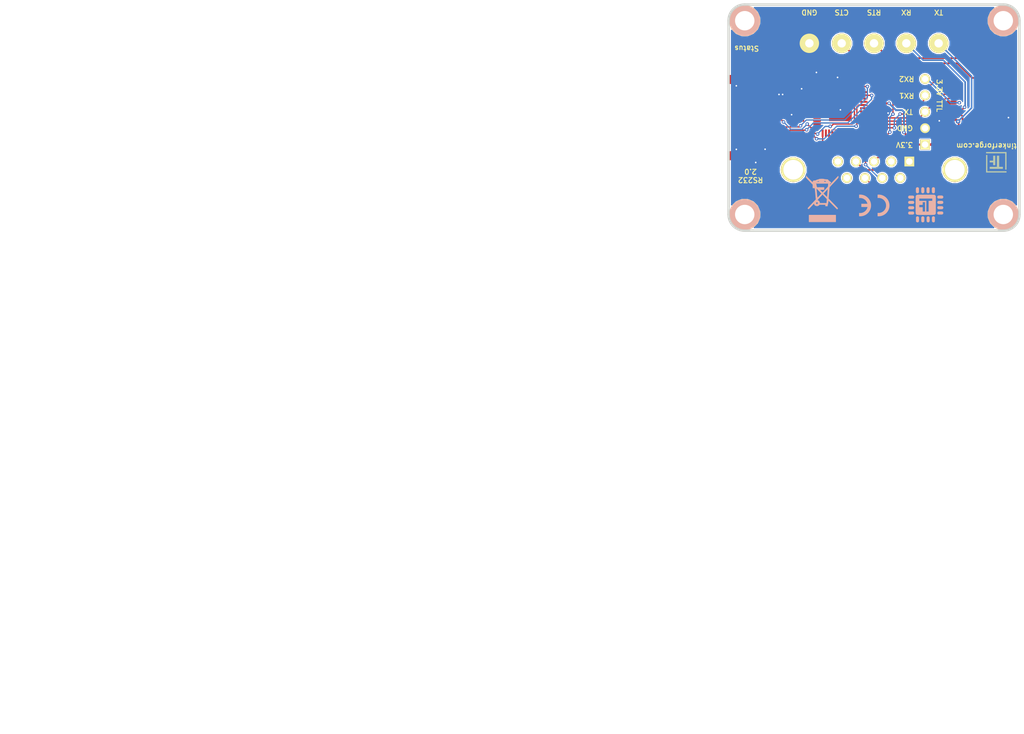
<source format=kicad_pcb>
(kicad_pcb (version 20171130) (host pcbnew 5.1.10-88a1d61d58~88~ubuntu20.04.1)
  (title_block (title "RS232 Bricklet 2.0") (date 2018-01-16) (rev 1.0) (company "Tinkerforge GmbH") (comment 1 "Licensed under CERN OHL v.1.1") (comment 2 "Copyright (©) 2018, L.Lauer <lukas@tinkerforge.com>"))
  (layers (0 Vorderseite signal) (31 Rückseite signal) (34 B.Paste user) (35 F.Paste user) (36 B.SilkS user) (37 F.SilkS user) (38 B.Mask user) (39 F.Mask user) (44 Edge.Cuts user))
  (net 0 "")
  (net 1 GND)
  (net 2 VCC)
  (net 3 "Net-(C1-Pad2)")
  (net 4 "Net-(C2-Pad2)")
  (net 5 "Net-(C7-Pad1)")
  (net 6 "Net-(C7-Pad2)")
  (net 7 "Net-(C8-Pad1)")
  (net 8 "Net-(C8-Pad2)")
  (net 9 "Net-(C10-Pad2)")
  (net 10 "Net-(C11-Pad2)")
  (net 11 "Net-(J1-Pad3)")
  (net 12 "Net-(J1-Pad4)")
  (net 13 "Net-(J1-Pad7)")
  (net 14 "Net-(J1-Pad8)")
  (net 15 "Net-(P1-Pad6)")
  (net 16 "Net-(P3-Pad5)")
  (net 17 "Net-(C5-Pad2)")
  (net 18 "Net-(D1-Pad2)")
  (net 19 "Net-(P1-Pad4)")
  (net 20 "Net-(P1-Pad5)")
  (net 21 TX)
  (net 22 RX)
  (net 23 "Net-(P4-Pad2)")
  (net 24 "Net-(R2-Pad1)")
  (net 25 S-MISO)
  (net 26 S-MOSI)
  (net 27 S-CLK)
  (net 28 S-CS)
  (net 29 nCTS)
  (net 30 nRTS)
  (net 31 "Net-(P5-Pad1)")
  (net 32 "Net-(J1-Pad2)")
  (net 33 "Net-(J1-Pad5)")
  (net 34 "Net-(J1-Pad6)")
  (net 35 "Net-(J1-Pad9)")
  (net 36 "Net-(P1-Pad1)")
  (net 37 "Net-(U1-Pad2)")
  (net 38 "Net-(U1-Pad4)")
  (net 39 "Net-(U1-Pad5)")
  (net 40 "Net-(U1-Pad6)")
  (net 41 "Net-(U1-Pad7)")
  (net 42 "Net-(U1-Pad8)")
  (net 43 "Net-(U1-Pad9)")
  (net 44 "Net-(U1-Pad10)")
  (net 45 "Net-(U1-Pad11)")
  (net 46 "Net-(U1-Pad12)")
  (net 47 "Net-(U1-Pad21)")
  (net 48 "Net-(U1-Pad22)")
  (net 49 "Net-(U1-Pad26)")
  (net 50 "Net-(U1-Pad28)")
  (net 51 "Net-(U1-Pad29)")
  (net 52 "Net-(U1-Pad30)")
  (net 53 "Net-(U1-Pad31)")
  (net 54 "Net-(U1-Pad32)")
  (net 55 "Net-(U1-Pad33)")
  (net 56 "Net-(U1-Pad34)")
  (net 57 "Net-(U1-Pad35)")
  (net 58 "Net-(U1-Pad36)")
  (net 59 "Net-(U1-Pad39)")
  (net 60 "Net-(U1-Pad40)")
  (net 61 "Net-(U1-Pad43)")
  (net 62 "Net-(U1-Pad44)")
  (net 63 "Net-(U1-Pad45)")
  (net 64 "Net-(U1-Pad46)")
  (net 65 "Net-(U1-Pad47)")
  (module kicad-libraries:C0603F (layer Vorderseite) (at 138.86 94.67 225)
    (fp_text reference C6)
    (fp_text value 100nF)
    (pad 1 smd rect (at -0.75 0 225) (size 0.9 0.9) (layers Vorderseite F.Paste F.Mask) (net 1 GND))
    (pad 2 smd rect (at 0.75 0 225) (size 0.9 0.9) (layers Vorderseite F.Paste F.Mask) (net 2 VCC))
  )
  (module kicad-libraries:CRYSTAL_3225 (layer Vorderseite) (at 135.8 98.16 90)
    (fp_text reference X1)
    (fp_text value 16MHz)
    (pad 3 smd rect (at -1.09982 -0.8001 90) (size 1.39954 1.15062) (layers Vorderseite F.Paste F.Mask) (net 1 GND))
    (pad 2 smd rect (at 1.09982 -0.8001 90) (size 1.39954 1.15062) (layers Vorderseite F.Paste F.Mask) (net 4 "Net-(C2-Pad2)"))
    (pad 1 smd rect (at -1.09982 0.8001 90) (size 1.39954 1.15062) (layers Vorderseite F.Paste F.Mask) (net 17 "Net-(C5-Pad2)"))
    (pad 3 smd rect (at 1.09982 0.8001 90) (size 1.39954 1.15062) (layers Vorderseite F.Paste F.Mask) (net 1 GND))
  )
  (module kicad-libraries:DRILL_NP (layer Vorderseite) (at 127.8 85.6)
    (fp_text reference U7 hide)
    (fp_text value DRILL hide)
    (pad "" np_thru_hole circle (at 0 0) (size 2.99974 2.99974) (drill 2.99974) (layers *.Cu *.Mask F.SilkS) (clearance 0.89916))
  )
  (module kicad-libraries:DRILL_NP (layer Vorderseite) (at 127.8 115.6 90)
    (fp_text reference U6 hide)
    (fp_text value DRILL hide)
    (pad "" np_thru_hole circle (at 0 0 90) (size 2.99974 2.99974) (drill 2.99974) (layers *.Cu *.Mask F.SilkS) (clearance 0.89916))
  )
  (module kicad-libraries:DRILL_NP (layer Vorderseite) (at 167.8 85.6)
    (fp_text reference U5 hide)
    (fp_text value DRILL hide)
    (pad "" np_thru_hole circle (at 0 0) (size 2.99974 2.99974) (drill 2.99974) (layers *.Cu *.Mask F.SilkS) (clearance 0.89916))
  )
  (module kicad-libraries:DRILL_NP (layer Vorderseite) (at 167.8 115.6 90)
    (fp_text reference U4 hide)
    (fp_text value DRILL hide)
    (pad "" np_thru_hole circle (at 0 0 90) (size 2.99974 2.99974) (drill 2.99974) (layers *.Cu *.Mask F.SilkS) (clearance 0.89916))
  )
  (module kicad-libraries:SOIC16 (layer Vorderseite) (at 162.5 98.9 90)
    (fp_text reference U3)
    (fp_text value SP3232EBCN)
    (pad 1 smd rect (at -4.44246 2.69748 270) (size 0.59944 1.4986) (layers Vorderseite F.Paste F.Mask) (net 5 "Net-(C7-Pad1)"))
    (pad 2 smd rect (at -3.17246 2.69748 270) (size 0.59944 1.4986) (layers Vorderseite F.Paste F.Mask) (net 9 "Net-(C10-Pad2)"))
    (pad 3 smd rect (at -1.90246 2.69748 270) (size 0.59944 1.4986) (layers Vorderseite F.Paste F.Mask) (net 6 "Net-(C7-Pad2)"))
    (pad 4 smd rect (at -0.63246 2.69748 270) (size 0.59944 1.4986) (layers Vorderseite F.Paste F.Mask) (net 7 "Net-(C8-Pad1)"))
    (pad 5 smd rect (at 0.63246 2.69748 270) (size 0.59944 1.4986) (layers Vorderseite F.Paste F.Mask) (net 8 "Net-(C8-Pad2)"))
    (pad 6 smd rect (at 1.90246 2.69748 270) (size 0.59944 1.4986) (layers Vorderseite F.Paste F.Mask) (net 10 "Net-(C11-Pad2)"))
    (pad 7 smd rect (at 3.17246 2.69748 270) (size 0.59944 1.4986) (layers Vorderseite F.Paste F.Mask) (net 14 "Net-(J1-Pad8)"))
    (pad 8 smd rect (at 4.44246 2.69748 270) (size 0.59944 1.4986) (layers Vorderseite F.Paste F.Mask) (net 13 "Net-(J1-Pad7)"))
    (pad 9 smd rect (at 4.44246 -2.69748 90) (size 0.59944 1.4986) (layers Vorderseite F.Paste F.Mask) (net 29 nCTS))
    (pad 10 smd rect (at 3.17246 -2.69748 90) (size 0.59944 1.4986) (layers Vorderseite F.Paste F.Mask) (net 30 nRTS))
    (pad 11 smd rect (at 1.90246 -2.69748 90) (size 0.59944 1.4986) (layers Vorderseite F.Paste F.Mask) (net 21 TX))
    (pad 12 smd rect (at 0.63246 -2.69748 90) (size 0.59944 1.4986) (layers Vorderseite F.Paste F.Mask) (net 16 "Net-(P3-Pad5)"))
    (pad 13 smd rect (at -0.63246 -2.69748 90) (size 0.59944 1.4986) (layers Vorderseite F.Paste F.Mask) (net 12 "Net-(J1-Pad4)"))
    (pad 14 smd rect (at -1.90246 -2.69748 90) (size 0.59944 1.4986) (layers Vorderseite F.Paste F.Mask) (net 11 "Net-(J1-Pad3)"))
    (pad 15 smd rect (at -3.17246 -2.69748 90) (size 0.59944 1.4986) (layers Vorderseite F.Paste F.Mask) (net 1 GND))
    (pad 16 smd rect (at -4.44246 -2.69748 90) (size 0.59944 1.4986) (layers Vorderseite F.Paste F.Mask) (net 2 VCC))
  )
  (module kicad-libraries:QFN48-EP2 (layer Vorderseite) (at 142.6 99.4)
    (fp_text reference U1)
    (fp_text value XMC1403)
    (pad 1 smd rect (at -2.74828 3.61188 180) (size 0.29972 1.14808) (layers Vorderseite F.Paste F.Mask) (net 23 "Net-(P4-Pad2)"))
    (pad 2 smd rect (at -2.2479 3.61188 180) (size 0.29972 1.14808) (layers Vorderseite F.Paste F.Mask) (net 37 "Net-(U1-Pad2)"))
    (pad 3 smd rect (at -1.74752 3.61188 180) (size 0.29972 1.14808) (layers Vorderseite F.Paste F.Mask) (net 31 "Net-(P5-Pad1)"))
    (pad 4 smd rect (at -1.24968 3.61188 180) (size 0.29972 1.14808) (layers Vorderseite F.Paste F.Mask) (net 38 "Net-(U1-Pad4)"))
    (pad 5 smd rect (at -0.7493 3.61188 180) (size 0.29972 1.14808) (layers Vorderseite F.Paste F.Mask) (net 39 "Net-(U1-Pad5)"))
    (pad 6 smd rect (at -0.24892 3.61188 180) (size 0.29972 1.14808) (layers Vorderseite F.Paste F.Mask) (net 40 "Net-(U1-Pad6)"))
    (pad 7 smd rect (at 0.24892 3.61188 180) (size 0.29972 1.14808) (layers Vorderseite F.Paste F.Mask) (net 41 "Net-(U1-Pad7)"))
    (pad 8 smd rect (at 0.7493 3.61188 180) (size 0.29972 1.14808) (layers Vorderseite F.Paste F.Mask) (net 42 "Net-(U1-Pad8)"))
    (pad 9 smd rect (at 1.24968 3.61188 180) (size 0.29972 1.14808) (layers Vorderseite F.Paste F.Mask) (net 43 "Net-(U1-Pad9)"))
    (pad 10 smd rect (at 1.74752 3.61188 180) (size 0.29972 1.14808) (layers Vorderseite F.Paste F.Mask) (net 44 "Net-(U1-Pad10)"))
    (pad 11 smd rect (at 2.2479 3.61188 180) (size 0.29972 1.14808) (layers Vorderseite F.Paste F.Mask) (net 45 "Net-(U1-Pad11)"))
    (pad 12 smd rect (at 2.74828 3.61188 180) (size 0.29972 1.14808) (layers Vorderseite F.Paste F.Mask) (net 46 "Net-(U1-Pad12)"))
    (pad 13 smd rect (at 3.61188 2.74828 270) (size 0.29972 1.14808) (layers Vorderseite F.Paste F.Mask) (net 29 nCTS))
    (pad 14 smd rect (at 3.61188 2.2479 270) (size 0.29972 1.14808) (layers Vorderseite F.Paste F.Mask) (net 30 nRTS))
    (pad 15 smd rect (at 3.61188 1.74752 270) (size 0.29972 1.14808) (layers Vorderseite F.Paste F.Mask) (net 21 TX))
    (pad 16 smd rect (at 3.61188 1.24968 270) (size 0.29972 1.14808) (layers Vorderseite F.Paste F.Mask) (net 22 RX))
    (pad 17 smd rect (at 3.61188 0.7493 270) (size 0.29972 1.14808) (layers Vorderseite F.Paste F.Mask) (net 1 GND))
    (pad 18 smd rect (at 3.61188 0.24892 270) (size 0.29972 1.14808) (layers Vorderseite F.Paste F.Mask) (net 2 VCC))
    (pad 19 smd rect (at 3.61188 -0.24892 270) (size 0.29972 1.14808) (layers Vorderseite F.Paste F.Mask) (net 2 VCC))
    (pad 20 smd rect (at 3.61188 -0.7493 270) (size 0.29972 1.14808) (layers Vorderseite F.Paste F.Mask) (net 25 S-MISO))
    (pad 21 smd rect (at 3.61188 -1.24968 270) (size 0.29972 1.14808) (layers Vorderseite F.Paste F.Mask) (net 47 "Net-(U1-Pad21)"))
    (pad 22 smd rect (at 3.61188 -1.74752 270) (size 0.29972 1.14808) (layers Vorderseite F.Paste F.Mask) (net 48 "Net-(U1-Pad22)"))
    (pad 23 smd rect (at 3.61188 -2.2479 270) (size 0.29972 1.14808) (layers Vorderseite F.Paste F.Mask) (net 27 S-CLK))
    (pad 24 smd rect (at 3.61188 -2.74828 270) (size 0.29972 1.14808) (layers Vorderseite F.Paste F.Mask) (net 26 S-MOSI))
    (pad 25 smd rect (at 2.74828 -3.61188) (size 0.29972 1.14808) (layers Vorderseite F.Paste F.Mask) (net 28 S-CS))
    (pad 26 smd rect (at 2.2479 -3.61188) (size 0.29972 1.14808) (layers Vorderseite F.Paste F.Mask) (net 49 "Net-(U1-Pad26)"))
    (pad 27 smd rect (at 1.74752 -3.61188) (size 0.29972 1.14808) (layers Vorderseite F.Paste F.Mask) (net 2 VCC))
    (pad 28 smd rect (at 1.24968 -3.61188) (size 0.29972 1.14808) (layers Vorderseite F.Paste F.Mask) (net 50 "Net-(U1-Pad28)"))
    (pad 29 smd rect (at 0.7493 -3.61188) (size 0.29972 1.14808) (layers Vorderseite F.Paste F.Mask) (net 51 "Net-(U1-Pad29)"))
    (pad 30 smd rect (at 0.24892 -3.61188) (size 0.29972 1.14808) (layers Vorderseite F.Paste F.Mask) (net 52 "Net-(U1-Pad30)"))
    (pad 31 smd rect (at -0.24892 -3.61188) (size 0.29972 1.14808) (layers Vorderseite F.Paste F.Mask) (net 53 "Net-(U1-Pad31)"))
    (pad 32 smd rect (at -0.7493 -3.61188) (size 0.29972 1.14808) (layers Vorderseite F.Paste F.Mask) (net 54 "Net-(U1-Pad32)"))
    (pad 33 smd rect (at -1.24968 -3.61188) (size 0.29972 1.14808) (layers Vorderseite F.Paste F.Mask) (net 55 "Net-(U1-Pad33)"))
    (pad 34 smd rect (at -1.74752 -3.61188) (size 0.29972 1.14808) (layers Vorderseite F.Paste F.Mask) (net 56 "Net-(U1-Pad34)"))
    (pad 35 smd rect (at -2.2479 -3.61188) (size 0.29972 1.14808) (layers Vorderseite F.Paste F.Mask) (net 57 "Net-(U1-Pad35)"))
    (pad 36 smd rect (at -2.74828 -3.61188) (size 0.29972 1.14808) (layers Vorderseite F.Paste F.Mask) (net 58 "Net-(U1-Pad36)"))
    (pad 37 smd rect (at -3.60934 -2.74828 90) (size 0.29972 1.15062) (layers Vorderseite F.Paste F.Mask) (net 1 GND))
    (pad 38 smd rect (at -3.61188 -2.2479 90) (size 0.29972 1.14808) (layers Vorderseite F.Paste F.Mask) (net 2 VCC))
    (pad 39 smd rect (at -3.61188 -1.74752 90) (size 0.29972 1.14808) (layers Vorderseite F.Paste F.Mask) (net 59 "Net-(U1-Pad39)"))
    (pad 40 smd rect (at -3.61188 -1.24968 90) (size 0.29972 1.14808) (layers Vorderseite F.Paste F.Mask) (net 60 "Net-(U1-Pad40)"))
    (pad 41 smd rect (at -3.61188 -0.7493 90) (size 0.29972 1.14808) (layers Vorderseite F.Paste F.Mask) (net 4 "Net-(C2-Pad2)"))
    (pad 42 smd rect (at -3.61188 -0.24892 90) (size 0.29972 1.14808) (layers Vorderseite F.Paste F.Mask) (net 17 "Net-(C5-Pad2)"))
    (pad 43 smd rect (at -3.61188 0.24892 90) (size 0.29972 1.14808) (layers Vorderseite F.Paste F.Mask) (net 61 "Net-(U1-Pad43)"))
    (pad 44 smd rect (at -3.61188 0.7493 90) (size 0.29972 1.14808) (layers Vorderseite F.Paste F.Mask) (net 62 "Net-(U1-Pad44)"))
    (pad 45 smd rect (at -3.61188 1.24968 90) (size 0.29972 1.14808) (layers Vorderseite F.Paste F.Mask) (net 63 "Net-(U1-Pad45)"))
    (pad 46 smd rect (at -3.61188 1.74752 90) (size 0.29972 1.14808) (layers Vorderseite F.Paste F.Mask) (net 64 "Net-(U1-Pad46)"))
    (pad 47 smd rect (at -3.61188 2.2479 90) (size 0.29972 1.14808) (layers Vorderseite F.Paste F.Mask) (net 65 "Net-(U1-Pad47)"))
    (pad 48 smd rect (at -3.61188 2.74828 90) (size 0.29972 1.14808) (layers Vorderseite F.Paste F.Mask) (net 24 "Net-(R2-Pad1)"))
    (pad EP smd rect (at 0 0) (size 3.5 3.5) (layers Vorderseite F.Paste F.Mask) (net 1 GND))
  )
  (module kicad-libraries:4X0402 (layer Vorderseite) (at 132.8 102.8 270)
    (fp_text reference RP1)
    (fp_text value 82)
    (pad 1 smd rect (at -0.7493 0.575 90) (size 0.29972 0.65) (layers Vorderseite F.Paste F.Mask) (net 19 "Net-(P1-Pad4)"))
    (pad 2 smd rect (at -0.24892 0.575 90) (size 0.29972 0.65) (layers Vorderseite F.Paste F.Mask) (net 20 "Net-(P1-Pad5)"))
    (pad 3 smd rect (at 0.24892 0.575 90) (size 0.29972 0.65) (layers Vorderseite F.Paste F.Mask) (net 15 "Net-(P1-Pad6)"))
    (pad 4 smd rect (at 0.7493 0.575 90) (size 0.29972 0.65) (layers Vorderseite F.Paste F.Mask) (net 3 "Net-(C1-Pad2)"))
    (pad 5 smd rect (at 0.7493 -0.575 270) (size 0.29972 0.65) (layers Vorderseite F.Paste F.Mask) (net 25 S-MISO))
    (pad 6 smd rect (at 0.24892 -0.575 270) (size 0.29972 0.65) (layers Vorderseite F.Paste F.Mask) (net 26 S-MOSI))
    (pad 7 smd rect (at -0.24892 -0.575 270) (size 0.29972 0.65) (layers Vorderseite F.Paste F.Mask) (net 27 S-CLK))
    (pad 8 smd rect (at -0.7493 -0.575 270) (size 0.29972 0.65) (layers Vorderseite F.Paste F.Mask) (net 28 S-CS))
  )
  (module kicad-libraries:SolderJumper (layer Vorderseite) (at 130.48 107.55)
    (fp_text reference P4)
    (fp_text value BOOT)
    (pad 2 smd rect (at 0.55 0) (size 0.3 1.4) (layers Vorderseite F.Mask) (net 23 "Net-(P4-Pad2)"))
    (pad 2 smd rect (at 0.15 0) (size 0.6 0.5) (layers Vorderseite F.Mask) (net 23 "Net-(P4-Pad2)"))
    (pad 1 smd rect (at -0.5 0) (size 0.4 1.4) (layers Vorderseite F.Mask) (net 1 GND))
    (pad 1 smd rect (at -0.225 0.55) (size 0.95 0.3) (layers Vorderseite F.Mask) (net 1 GND))
    (pad 1 smd rect (at -0.225 -0.55) (size 0.95 0.3) (layers Vorderseite F.Mask) (net 1 GND))
  )
  (module kicad-libraries:AKL_5_5 (layer Vorderseite) (at 147.8 89.1)
    (fp_text reference P2)
    (fp_text value CONN_5)
    (pad 2 thru_hole circle (at -5 0) (size 2.99974 2.99974) (drill 1.30048) (layers *.Cu *.Mask F.SilkS) (net 13 "Net-(J1-Pad7)"))
    (pad 3 thru_hole circle (at 0 0) (size 2.99974 2.99974) (drill 1.30048) (layers *.Cu *.Mask F.SilkS) (net 14 "Net-(J1-Pad8)"))
    (pad 4 thru_hole circle (at 5 0) (size 2.99974 2.99974) (drill 1.30048) (layers *.Cu *.Mask F.SilkS) (net 12 "Net-(J1-Pad4)"))
    (pad 5 thru_hole circle (at 10 0) (size 2.99974 2.99974) (drill 1.30048) (layers *.Cu *.Mask F.SilkS) (net 11 "Net-(J1-Pad3)"))
    (pad 1 thru_hole circle (at -10 0) (size 2.99974 2.99974) (drill 1.30048) (layers *.Cu *.Mask F.SilkS) (net 1 GND))
  )
  (module kicad-libraries:CON-SENSOR2 (layer Vorderseite) (at 125.3 100.6 270)
    (fp_text reference P1)
    (fp_text value CON-SENSOR)
    (pad 1 smd rect (at -3.75 -4.6 270) (size 0.6 1.8) (layers Vorderseite F.Paste F.Mask) (net 36 "Net-(P1-Pad1)"))
    (pad 2 smd rect (at -2.5 -4.6 270) (size 0.6 1.8) (layers Vorderseite F.Paste F.Mask) (net 1 GND))
    (pad EP smd rect (at -5.9 -1.2 270) (size 1.4 2.4) (layers Vorderseite F.Paste F.Mask) (net 1 GND))
    (pad EP smd rect (at 5.9 -1.2 270) (size 1.4 2.4) (layers Vorderseite F.Paste F.Mask) (net 1 GND))
    (pad 3 smd rect (at -1.25 -4.6 270) (size 0.6 1.8) (layers Vorderseite F.Paste F.Mask) (net 2 VCC))
    (pad 4 smd rect (at 0 -4.6 270) (size 0.6 1.8) (layers Vorderseite F.Paste F.Mask) (net 19 "Net-(P1-Pad4)"))
    (pad 5 smd rect (at 1.25 -4.6 270) (size 0.6 1.8) (layers Vorderseite F.Paste F.Mask) (net 20 "Net-(P1-Pad5)"))
    (pad 6 smd rect (at 2.5 -4.6 270) (size 0.6 1.8) (layers Vorderseite F.Paste F.Mask) (net 15 "Net-(P1-Pad6)"))
    (pad 7 smd rect (at 3.75 -4.6 270) (size 0.6 1.8) (layers Vorderseite F.Paste F.Mask) (net 3 "Net-(C1-Pad2)"))
  )
  (module kicad-libraries:D0603F (layer Vorderseite) (at 128.1 91.2 180)
    (fp_text reference D1)
    (fp_text value blue)
    (pad 1 smd rect (at -0.75 0 180) (size 0.9 0.9) (layers Vorderseite F.Paste F.Mask) (net 2 VCC))
    (pad 2 smd rect (at 0.75 0 180) (size 0.9 0.9) (layers Vorderseite F.Paste F.Mask) (net 18 "Net-(D1-Pad2)"))
  )
  (module kicad-libraries:C0603F (layer Vorderseite) (at 147.93 99.15 90)
    (fp_text reference C14)
    (fp_text value 220nF)
    (pad 1 smd rect (at -0.75 0 90) (size 0.9 0.9) (layers Vorderseite F.Paste F.Mask) (net 1 GND))
    (pad 2 smd rect (at 0.75 0 90) (size 0.9 0.9) (layers Vorderseite F.Paste F.Mask) (net 2 VCC))
  )
  (module kicad-libraries:C0603F (layer Vorderseite) (at 149.25 99.15 90)
    (fp_text reference C13)
    (fp_text value 100nF)
    (pad 1 smd rect (at -0.75 0 90) (size 0.9 0.9) (layers Vorderseite F.Paste F.Mask) (net 1 GND))
    (pad 2 smd rect (at 0.75 0 90) (size 0.9 0.9) (layers Vorderseite F.Paste F.Mask) (net 2 VCC))
  )
  (module kicad-libraries:C0603F (layer Vorderseite) (at 143.64 94.38)
    (fp_text reference C12)
    (fp_text value 100nF)
    (pad 1 smd rect (at -0.75 0) (size 0.9 0.9) (layers Vorderseite F.Paste F.Mask) (net 1 GND))
    (pad 2 smd rect (at 0.75 0) (size 0.9 0.9) (layers Vorderseite F.Paste F.Mask) (net 2 VCC))
  )
  (module kicad-libraries:C0603F (layer Vorderseite) (at 168.6 98.9 90)
    (fp_text reference C11)
    (fp_text value 100nF)
    (pad 1 smd rect (at -0.75 0 90) (size 0.9 0.9) (layers Vorderseite F.Paste F.Mask) (net 1 GND))
    (pad 2 smd rect (at 0.75 0 90) (size 0.9 0.9) (layers Vorderseite F.Paste F.Mask) (net 10 "Net-(C11-Pad2)"))
  )
  (module kicad-libraries:C0603F (layer Vorderseite) (at 168.6 102.2 270)
    (fp_text reference C10)
    (fp_text value 100nF)
    (pad 1 smd rect (at -0.75 0 270) (size 0.9 0.9) (layers Vorderseite F.Paste F.Mask) (net 1 GND))
    (pad 2 smd rect (at 0.75 0 270) (size 0.9 0.9) (layers Vorderseite F.Paste F.Mask) (net 9 "Net-(C10-Pad2)"))
  )
  (module kicad-libraries:C0603F (layer Vorderseite) (at 157.9 102.7 270)
    (fp_text reference C9)
    (fp_text value 100nF)
    (pad 1 smd rect (at -0.75 0 270) (size 0.9 0.9) (layers Vorderseite F.Paste F.Mask) (net 1 GND))
    (pad 2 smd rect (at 0.75 0 270) (size 0.9 0.9) (layers Vorderseite F.Paste F.Mask) (net 2 VCC))
  )
  (module kicad-libraries:C0603F (layer Vorderseite) (at 167.3 98.9 90)
    (fp_text reference C8)
    (fp_text value 100nF)
    (pad 1 smd rect (at -0.75 0 90) (size 0.9 0.9) (layers Vorderseite F.Paste F.Mask) (net 7 "Net-(C8-Pad1)"))
    (pad 2 smd rect (at 0.75 0 90) (size 0.9 0.9) (layers Vorderseite F.Paste F.Mask) (net 8 "Net-(C8-Pad2)"))
  )
  (module kicad-libraries:C0603F (layer Vorderseite) (at 167.3 102.2 90)
    (fp_text reference C7)
    (fp_text value 100nF)
    (pad 1 smd rect (at -0.75 0 90) (size 0.9 0.9) (layers Vorderseite F.Paste F.Mask) (net 5 "Net-(C7-Pad1)"))
    (pad 2 smd rect (at 0.75 0 90) (size 0.9 0.9) (layers Vorderseite F.Paste F.Mask) (net 6 "Net-(C7-Pad2)"))
  )
  (module kicad-libraries:CE_5mm (layer Rückseite) (at 147.8 114.2 180)
    (fp_text reference VAL hide)
    (fp_text value CE_5mm hide)
  )
  (module kicad-libraries:WEEE_7mm (layer Rückseite) (at 139.8 113.2 180)
    (fp_text reference VAL hide)
    (fp_text value WEEE_7mm hide)
  )
  (module kicad-libraries:Fiducial_Mark (layer Vorderseite) (at 162.8 85.6)
    (fp_text reference Fiducial_Mark hide)
    (fp_text value VAL** hide)
    (pad 1 smd circle (at 0 0) (size 1.00076 1.00076) (layers Vorderseite F.Paste F.Mask) (clearance 0.65024))
  )
  (module kicad-libraries:Fiducial_Mark (layer Vorderseite) (at 167.8 110.6)
    (fp_text reference Fiducial_Mark hide)
    (fp_text value VAL** hide)
    (pad 1 smd circle (at 0 0) (size 1.00076 1.00076) (layers Vorderseite F.Paste F.Mask) (clearance 0.65024))
  )
  (module kicad-libraries:Fiducial_Mark (layer Vorderseite) (at 132.8 85.6)
    (fp_text reference Fiducial_Mark hide)
    (fp_text value VAL** hide)
    (pad 1 smd circle (at 0 0) (size 1.00076 1.00076) (layers Vorderseite F.Paste F.Mask) (clearance 0.65024))
  )
  (module kicad-libraries:Logo_31x31 (layer Vorderseite) (at 168.3 109.1 180)
    (fp_text reference G*** hide)
    (fp_text value Logo_31x31 hide)
  )
  (module kicad-libraries:SUB09-EU (layer Vorderseite) (at 147.8 107.4 180)
    (fp_text reference J1)
    (fp_text value DB9)
    (pad "" thru_hole circle (at 12.49934 -1.27 180) (size 3.81 3.81) (drill 3.048) (layers *.Cu *.Mask F.SilkS))
    (pad "" thru_hole circle (at -12.49934 -1.27 180) (size 3.81 3.81) (drill 3.048) (layers *.Cu *.Mask F.SilkS))
    (pad 1 thru_hole rect (at -5.461 0 180) (size 1.524 1.524) (drill 1.016) (layers *.Cu *.Mask F.SilkS) (net 1 GND))
    (pad 2 thru_hole circle (at -2.667 0 180) (size 1.524 1.524) (drill 1.016) (layers *.Cu *.Mask F.SilkS) (net 32 "Net-(J1-Pad2)"))
    (pad 3 thru_hole circle (at 0 0 180) (size 1.524 1.524) (drill 1.016) (layers *.Cu *.Mask F.SilkS) (net 11 "Net-(J1-Pad3)"))
    (pad 4 thru_hole circle (at 2.794 0 180) (size 1.524 1.524) (drill 1.016) (layers *.Cu *.Mask F.SilkS) (net 12 "Net-(J1-Pad4)"))
    (pad 5 thru_hole circle (at 5.588 0 180) (size 1.524 1.524) (drill 1.016) (layers *.Cu *.Mask F.SilkS) (net 33 "Net-(J1-Pad5)"))
    (pad 6 thru_hole circle (at -4.064 -2.54 180) (size 1.524 1.524) (drill 1.016) (layers *.Cu *.Mask F.SilkS) (net 34 "Net-(J1-Pad6)"))
    (pad 7 thru_hole circle (at -1.27 -2.54 180) (size 1.524 1.524) (drill 1.016) (layers *.Cu *.Mask F.SilkS) (net 13 "Net-(J1-Pad7)"))
    (pad 8 thru_hole circle (at 1.397 -2.54 180) (size 1.524 1.524) (drill 1.016) (layers *.Cu *.Mask F.SilkS) (net 14 "Net-(J1-Pad8)"))
    (pad 9 thru_hole circle (at 4.191 -2.54 180) (size 1.524 1.524) (drill 1.016) (layers *.Cu *.Mask F.SilkS) (net 35 "Net-(J1-Pad9)"))
  )
  (module kicad-libraries:pin_array_5x1 (layer Vorderseite) (at 155.7 99.7 90)
    (fp_text reference P3)
    (fp_text value CONN_5 hide)
    (pad 1 thru_hole rect (at -5.08 0 90) (size 1.524 1.524) (drill 1.016) (layers *.Cu *.Mask F.SilkS) (net 2 VCC))
    (pad 2 thru_hole circle (at -2.54 0 90) (size 1.524 1.524) (drill 1.016) (layers *.Cu *.Mask F.SilkS) (net 1 GND))
    (pad 3 thru_hole circle (at 0 0 90) (size 1.524 1.524) (drill 1.016) (layers *.Cu *.Mask F.SilkS) (net 21 TX))
    (pad 4 thru_hole circle (at 2.54 0 90) (size 1.524 1.524) (drill 1.016) (layers *.Cu *.Mask F.SilkS) (net 22 RX))
    (pad 5 thru_hole circle (at 5.08 0 90) (size 1.524 1.524) (drill 1.016) (layers *.Cu *.Mask F.SilkS) (net 16 "Net-(P3-Pad5)"))
  )
  (module kicad-libraries:C0603F (layer Vorderseite) (at 135.8 95.49 180)
    (fp_text reference C2)
    (fp_text value 10pF)
    (pad 1 smd rect (at -0.75 0 180) (size 0.9 0.9) (layers Vorderseite F.Paste F.Mask) (net 1 GND))
    (pad 2 smd rect (at 0.75 0 180) (size 0.9 0.9) (layers Vorderseite F.Paste F.Mask) (net 4 "Net-(C2-Pad2)"))
  )
  (module kicad-libraries:C0805 (layer Vorderseite) (at 131.83 95.75 90)
    (fp_text reference C3)
    (fp_text value 10uF)
    (pad 1 smd rect (at -1.00076 0 90) (size 1.00076 1.24968) (layers Vorderseite F.Paste F.Mask) (net 1 GND) (clearance 0.14986))
    (pad 2 smd rect (at 1.00076 0 90) (size 1.00076 1.24968) (layers Vorderseite F.Paste F.Mask) (net 2 VCC) (clearance 0.14986))
  )
  (module kicad-libraries:C0603F (layer Vorderseite) (at 133.37 95.54 90)
    (fp_text reference C4)
    (fp_text value 1uF)
    (pad 1 smd rect (at -0.75 0 90) (size 0.9 0.9) (layers Vorderseite F.Paste F.Mask) (net 1 GND))
    (pad 2 smd rect (at 0.75 0 90) (size 0.9 0.9) (layers Vorderseite F.Paste F.Mask) (net 2 VCC))
  )
  (module kicad-libraries:C0603F (layer Vorderseite) (at 135.8 100.78)
    (fp_text reference C5)
    (fp_text value 10pF)
    (pad 1 smd rect (at -0.75 0) (size 0.9 0.9) (layers Vorderseite F.Paste F.Mask) (net 1 GND))
    (pad 2 smd rect (at 0.75 0) (size 0.9 0.9) (layers Vorderseite F.Paste F.Mask) (net 17 "Net-(C5-Pad2)"))
  )
  (module kicad-libraries:R0603F (layer Vorderseite) (at 128.1 92.6 180)
    (fp_text reference R2)
    (fp_text value 1k)
    (pad 1 smd rect (at -0.75 0 180) (size 0.9 0.9) (layers Vorderseite F.Paste F.Mask) (net 24 "Net-(R2-Pad1)"))
    (pad 2 smd rect (at 0.75 0 180) (size 0.9 0.9) (layers Vorderseite F.Paste F.Mask) (net 18 "Net-(D1-Pad2)"))
  )
  (module kicad-libraries:Logo_CoMCU (layer Rückseite) (at 155.8 114.1 180)
    (fp_text reference G*** hide)
    (fp_text value LOGO hide)
  )
  (module kicad-libraries:DEBUG_PAD (layer Vorderseite) (at 141.4 105)
    (fp_text reference P5)
    (fp_text value BOOT)
    (pad 1 smd circle (at 0 0) (size 0.7 0.7) (layers Vorderseite F.Paste F.Mask) (net 31 "Net-(P5-Pad1)"))
  )
  (module kicad-libraries:C0402F (layer Vorderseite) (at 131.6 105 90)
    (fp_text reference C1)
    (fp_text value 220pF)
    (pad 2 smd rect (at 0.5 0 90) (size 0.6 0.7) (layers Vorderseite F.Paste F.Mask) (net 3 "Net-(C1-Pad2)"))
    (pad 1 smd rect (at -0.5 0 90) (size 0.6 0.7) (layers Vorderseite F.Paste F.Mask) (net 1 GND))
  )
  (gr_text Status (at 128.1 89.9 180) (layer F.SilkS) (effects (font (size 0.8 0.8))))
  (gr_text 3.3V (at 153.9 104.8 180) (layer F.SilkS) (effects (font (size 0.8 0.8)) (justify left)))
  (gr_text "3.3V TTL" (at 157.9 97.2 270) (layer F.SilkS) (effects (font (size 0.8 0.8))))
  (gr_text RX2 (at 154.1 94.6 180) (layer F.SilkS) (effects (font (size 0.8 0.8)) (justify left)))
  (gr_text RX1 (at 154.1 97.2 180) (layer F.SilkS) (effects (font (size 0.8 0.8)) (justify left)))
  (gr_text TX (at 153.9 99.7 180) (layer F.SilkS) (effects (font (size 0.8 0.8)) (justify left)))
  (gr_text GND (at 153.9 102.2 180) (layer F.SilkS) (effects (font (size 0.8 0.8)) (justify left)))
  (gr_text TX (at 157.8 84.3 180) (layer F.SilkS) (effects (font (size 0.8 0.8))))
  (gr_text RX (at 152.8 84.3 180) (layer F.SilkS) (effects (font (size 0.8 0.8))))
  (gr_text RTS (at 147.8 84.3 180) (layer F.SilkS) (effects (font (size 0.8 0.8))))
  (gr_text CTS (at 142.8 84.3 180) (layer F.SilkS) (effects (font (size 0.8 0.8))))
  (gr_text GND (at 137.8 84.3 180) (layer F.SilkS) (effects (font (size 0.8 0.8))))
  (gr_line (start 170.3 85.6) (end 170.3 115.6) (angle 90) (layer Edge.Cuts) (width 0.381))
  (gr_line (start 127.8 83.1) (end 167.8 83.1) (angle 90) (layer Edge.Cuts) (width 0.381))
  (gr_line (start 125.3 115.6) (end 125.3 85.6) (angle 90) (layer Edge.Cuts) (width 0.381))
  (gr_line (start 167.8 118.1) (end 127.8 118.1) (angle 90) (layer Edge.Cuts) (width 0.381))
  (gr_arc (start 167.8 115.6) (end 170.3 115.6) (angle 90) (layer Edge.Cuts) (width 0.381))
  (gr_arc (start 167.8 85.6) (end 167.8 83.1) (angle 90) (layer Edge.Cuts) (width 0.381))
  (gr_arc (start 127.8 85.6) (end 125.3 85.6) (angle 90) (layer Edge.Cuts) (width 0.381))
  (gr_arc (start 127.8 115.6) (end 127.8 118.1) (angle 90) (layer Edge.Cuts) (width 0.381))
  (gr_text tinkerforge.com (at 165.2 105 180) (layer F.SilkS) (effects (font (size 0.8001 0.8001) (thickness 0.14986))))
  (gr_text "RS232\n2.0" (at 128.7 109.6 180) (layer F.SilkS) (effects (font (size 0.8001 0.8001) (thickness 0.14986))))
  (segment (start 131.6 105.5) (end 130.95 105.5) (width 0.55) (layer Vorderseite) (net 1))
  (via (at 130.95 105.5) (size 0.55) (drill 0.25) (layers Vorderseite Rückseite) (net 1))
  (via (at 142.6 99.4) (size 0.70104) (drill 0.24892) (layers Vorderseite Rückseite) (net 1))
  (segment (start 168.6 101.45) (end 168.6 100.6) (width 0.2) (layer Vorderseite) (net 1))
  (via (at 168.6 100.6) (size 0.55) (drill 0.25) (layers Vorderseite Rückseite) (net 1))
  (segment (start 129.98 107.55) (end 129.98 107.08) (width 0.2) (layer Vorderseite) (net 1))
  (segment (start 129.98 107.08) (end 130.05 107.01) (width 0.2) (layer Vorderseite) (net 1))
  (segment (start 130.05 107.01) (end 130.36 107.01) (width 0.2) (layer Vorderseite) (net 1))
  (segment (start 130.36 107.01) (end 130.255 107) (width 0.2) (layer Vorderseite) (net 1))
  (segment (start 130.255 108.1) (end 130.15 108.1) (width 0.2) (layer Vorderseite) (net 1))
  (segment (start 130.15 108.1) (end 130 107.95) (width 0.2) (layer Vorderseite) (net 1))
  (segment (start 130 107.95) (end 130 107.54) (width 0.2) (layer Vorderseite) (net 1))
  (segment (start 130 107.54) (end 129.98 107.55) (width 0.2) (layer Vorderseite) (net 1))
  (segment (start 129.98 107.55) (end 129.5 107.55) (width 0.2) (layer Vorderseite) (net 1))
  (via (at 129.5 107.55) (size 0.55) (drill 0.25) (layers Vorderseite Rückseite) (net 1))
  (segment (start 149.25 99.9) (end 149.98 99.9) (width 0.55) (layer Vorderseite) (net 1))
  (via (at 149.98 99.9) (size 0.55) (drill 0.25) (layers Vorderseite Rückseite) (net 1))
  (segment (start 146.21188 100.1493) (end 147.0607 100.1493) (width 0.3) (layer Vorderseite) (net 1))
  (segment (start 147.31 99.9) (end 147.93 99.9) (width 0.3) (layer Vorderseite) (net 1))
  (segment (start 147.0607 100.1493) (end 147.31 99.9) (width 0.3) (layer Vorderseite) (net 1))
  (segment (start 147.93 99.9) (end 149.25 99.9) (width 0.55) (layer Vorderseite) (net 1))
  (segment (start 147.6807 100.1493) (end 147.93 99.9) (width 0.2) (layer Vorderseite) (net 1))
  (segment (start 142.89 94.38) (end 142.16 94.38) (width 0.55) (layer Vorderseite) (net 1))
  (via (at 142.16 94.38) (size 0.55) (drill 0.25) (layers Vorderseite Rückseite) (net 1))
  (segment (start 133.37 96.29) (end 133.37 96.73) (width 0.55) (layer Vorderseite) (net 1))
  (segment (start 133.37 96.73) (end 133.66 97.02) (width 0.55) (layer Vorderseite) (net 1))
  (via (at 133.66 97.02) (size 0.55) (drill 0.25) (layers Vorderseite Rückseite) (net 1))
  (segment (start 133.37 96.29) (end 133.37 96.75) (width 0.55) (layer Vorderseite) (net 1))
  (via (at 133.1 97.02) (size 0.55) (drill 0.25) (layers Vorderseite Rückseite) (net 1))
  (segment (start 133.37 96.75) (end 133.1 97.02) (width 0.55) (layer Vorderseite) (net 1))
  (segment (start 131.83 96.75076) (end 132.35924 96.75076) (width 0.55) (layer Vorderseite) (net 1))
  (segment (start 132.35924 96.75076) (end 132.82 96.29) (width 0.55) (layer Vorderseite) (net 1))
  (segment (start 132.82 96.29) (end 133.37 96.29) (width 0.55) (layer Vorderseite) (net 1))
  (segment (start 129.9 98.1) (end 131.21 98.1) (width 0.55) (layer Vorderseite) (net 1))
  (segment (start 131.83 97.48) (end 131.83 96.75076) (width 0.55) (layer Vorderseite) (net 1))
  (segment (start 131.21 98.1) (end 131.83 97.48) (width 0.55) (layer Vorderseite) (net 1))
  (segment (start 126.5 94.7) (end 126.5 95.68) (width 0.55) (layer Vorderseite) (net 1))
  (via (at 126.5 95.68) (size 0.55) (drill 0.25) (layers Vorderseite Rückseite) (net 1))
  (segment (start 126.5 106.5) (end 126.5 105.52) (width 0.55) (layer Vorderseite) (net 1))
  (via (at 126.5 105.52) (size 0.55) (drill 0.25) (layers Vorderseite Rückseite) (net 1))
  (segment (start 139.39033 94.13967) (end 139.39033 94.11033) (width 0.55) (layer Vorderseite) (net 1))
  (segment (start 139.39033 94.11033) (end 138.89 93.61) (width 0.55) (layer Vorderseite) (net 1))
  (via (at 138.89 93.61) (size 0.55) (drill 0.25) (layers Vorderseite Rückseite) (net 1))
  (via (at 136.6001 96.14) (size 0.55) (drill 0.25) (layers Vorderseite Rückseite) (net 1))
  (segment (start 136.6001 96.14) (end 136.6 96.14) (width 0.55) (layer Rückseite) (net 1))
  (segment (start 136.6001 97.06018) (end 136.6001 96.14) (width 0.55) (layer Vorderseite) (net 1))
  (segment (start 136.6001 96.14) (end 136.6001 95.5401) (width 0.55) (layer Vorderseite) (net 1))
  (segment (start 136.6001 95.5401) (end 136.55 95.49) (width 0.55) (layer Vorderseite) (net 1))
  (segment (start 135.05 100.78) (end 135.05 100.15) (width 0.55) (layer Vorderseite) (net 1))
  (via (at 135.05 100.15) (size 0.55) (drill 0.25) (layers Vorderseite Rückseite) (net 1))
  (segment (start 135.05 100.78) (end 135.05 99.30992) (width 0.55) (layer Vorderseite) (net 1))
  (segment (start 135.05 99.30992) (end 134.9999 99.25982) (width 0.55) (layer Vorderseite) (net 1))
  (segment (start 134.9999 100.7299) (end 135.05 100.78) (width 0.2) (layer Vorderseite) (net 1))
  (segment (start 136.6001 95.5401) (end 136.55 95.49) (width 0.2) (layer Vorderseite) (net 1))
  (segment (start 138.99066 96.65172) (end 138.99066 95.79934) (width 0.2) (layer Vorderseite) (net 1))
  (segment (start 139.1 94.92) (end 139.1 94.43) (width 0.2) (layer Vorderseite) (net 1))
  (segment (start 139.29 95.11) (end 139.1 94.92) (width 0.2) (layer Vorderseite) (net 1))
  (segment (start 139.29 95.5) (end 139.29 95.11) (width 0.2) (layer Vorderseite) (net 1))
  (segment (start 138.99066 95.79934) (end 139.29 95.5) (width 0.2) (layer Vorderseite) (net 1))
  (segment (start 139.1 94.43) (end 139.39033 94.13967) (width 0.2) (layer Vorderseite) (net 1))
  (segment (start 168.6 100.6) (end 168.6 101.3999) (width 0.59944) (layer Vorderseite) (net 1))
  (segment (start 168.6 99.7001) (end 168.6 100.6) (width 0.59944) (layer Vorderseite) (net 1))
  (segment (start 158.72754 102.07246) (end 158.55498 101.8999) (width 0.5) (layer Vorderseite) (net 1))
  (segment (start 158.55498 101.8999) (end 157.9 101.8999) (width 0.5) (layer Vorderseite) (net 1))
  (segment (start 159.80252 102.07246) (end 158.72754 102.07246) (width 0.5) (layer Vorderseite) (net 1))
  (segment (start 157.9 101.8999) (end 157.9 101.1) (width 0.5) (layer Vorderseite) (net 1))
  (via (at 157.9 101.1) (size 0.55) (drill 0.25) (layers Vorderseite Rückseite) (net 1))
  (segment (start 156.84 101.1) (end 155.7 102.24) (width 0.25) (layer Rückseite) (net 1))
  (segment (start 157.9 101.1) (end 156.84 101.1) (width 0.25) (layer Rückseite) (net 1))
  (segment (start 154.04 103.9) (end 155.7 102.24) (width 0.25) (layer Rückseite) (net 1))
  (segment (start 153.261 104.679) (end 154.04 103.9) (width 0.25) (layer Rückseite) (net 1))
  (segment (start 153.261 107.4) (end 153.261 104.679) (width 0.25) (layer Rückseite) (net 1))
  (segment (start 137.8 89.1) (end 137.8 88.4) (width 0.25) (layer Rückseite) (net 1))
  (segment (start 133.37 94.79) (end 133.37 92.71) (width 0.2) (layer Vorderseite) (net 2))
  (segment (start 131.86 91.2) (end 128.85 91.2) (width 0.2) (layer Vorderseite) (net 2))
  (segment (start 133.37 92.71) (end 131.86 91.2) (width 0.2) (layer Vorderseite) (net 2))
  (segment (start 152.175 99.475) (end 152.43 99.73) (width 0.29972) (layer Rückseite) (net 2))
  (segment (start 149.25 98.4) (end 150.12 98.4) (width 0.29972) (layer Vorderseite) (net 2))
  (segment (start 154.31 104.78) (end 155.7 104.78) (width 0.29972) (layer Vorderseite) (net 2))
  (segment (start 152.43 99.73) (end 152.43 102.9) (width 0.29972) (layer Rückseite) (net 2))
  (via (at 152.43 102.9) (size 0.55) (drill 0.25) (layers Vorderseite Rückseite) (net 2))
  (segment (start 152.43 102.9) (end 154.31 104.78) (width 0.29972) (layer Vorderseite) (net 2))
  (segment (start 152.15 99.45) (end 152.175 99.475) (width 0.2) (layer Rückseite) (net 2))
  (segment (start 151.19 99.45) (end 152.15 99.45) (width 0.29972) (layer Rückseite) (net 2))
  (segment (start 150.13 98.39) (end 151.19 99.45) (width 0.29972) (layer Rückseite) (net 2))
  (via (at 150.13 98.39) (size 0.55) (drill 0.25) (layers Vorderseite Rückseite) (net 2))
  (segment (start 150.12 98.4) (end 150.13 98.39) (width 0.2) (layer Vorderseite) (net 2))
  (segment (start 149.25 98.4) (end 147.93 98.4) (width 0.3) (layer Vorderseite) (net 2))
  (segment (start 144.39 94.38) (end 146.75 94.38) (width 0.3) (layer Vorderseite) (net 2))
  (segment (start 149.25 96.88) (end 149.25 98.4) (width 0.3) (layer Vorderseite) (net 2))
  (segment (start 146.75 94.38) (end 149.25 96.88) (width 0.3) (layer Vorderseite) (net 2))
  (segment (start 148.96 99.12) (end 149.01 99.12) (width 0.2) (layer Vorderseite) (net 2))
  (segment (start 149.01 99.12) (end 149.25 98.88) (width 0.2) (layer Vorderseite) (net 2))
  (segment (start 149.25 98.88) (end 149.25 98.4) (width 0.2) (layer Vorderseite) (net 2))
  (segment (start 146.21188 99.15108) (end 146.81892 99.15108) (width 0.2) (layer Vorderseite) (net 2))
  (segment (start 146.81892 99.15108) (end 147.57 98.4) (width 0.2) (layer Vorderseite) (net 2))
  (segment (start 147.57 98.4) (end 147.93 98.4) (width 0.2) (layer Vorderseite) (net 2))
  (segment (start 146.21188 99.64892) (end 146.91108 99.64892) (width 0.2) (layer Vorderseite) (net 2))
  (segment (start 147.44 99.12) (end 148.96 99.12) (width 0.2) (layer Vorderseite) (net 2))
  (segment (start 148.96 99.12) (end 149.02 99.12) (width 0.2) (layer Vorderseite) (net 2))
  (segment (start 146.91108 99.64892) (end 147.44 99.12) (width 0.2) (layer Vorderseite) (net 2))
  (segment (start 138.32967 95.20033) (end 138.32967 95.14967) (width 0.3) (layer Vorderseite) (net 2))
  (segment (start 138.32967 95.14967) (end 136.95 93.77) (width 0.3) (layer Vorderseite) (net 2))
  (segment (start 133.37 94.79) (end 133.99 94.79) (width 0.3) (layer Vorderseite) (net 2))
  (segment (start 135.01 93.77) (end 136.95 93.77) (width 0.3) (layer Vorderseite) (net 2))
  (segment (start 136.95 93.77) (end 137.83 93.77) (width 0.3) (layer Vorderseite) (net 2))
  (segment (start 133.99 94.79) (end 135.01 93.77) (width 0.3) (layer Vorderseite) (net 2))
  (segment (start 138.32967 95.20033) (end 138.32967 95.13967) (width 0.3) (layer Vorderseite) (net 2))
  (segment (start 144.39 93.43) (end 144.39 94.38) (width 0.3) (layer Vorderseite) (net 2))
  (segment (start 137.83 93.77) (end 138.64 92.96) (width 0.3) (layer Vorderseite) (net 2))
  (segment (start 138.64 92.96) (end 143.92 92.96) (width 0.3) (layer Vorderseite) (net 2))
  (segment (start 143.92 92.96) (end 144.39 93.43) (width 0.3) (layer Vorderseite) (net 2))
  (segment (start 144.34752 95.78812) (end 144.34752 94.42248) (width 0.3) (layer Vorderseite) (net 2))
  (segment (start 144.34752 94.42248) (end 144.39 94.38) (width 0.3) (layer Vorderseite) (net 2))
  (segment (start 131.83 94.74924) (end 133.32924 94.74924) (width 0.55) (layer Vorderseite) (net 2))
  (segment (start 133.32924 94.74924) (end 133.37 94.79) (width 0.55) (layer Vorderseite) (net 2))
  (segment (start 129.9 99.35) (end 128.82 99.35) (width 0.55) (layer Vorderseite) (net 2))
  (segment (start 130.06076 94.74924) (end 131.83 94.74924) (width 0.55) (layer Vorderseite) (net 2))
  (segment (start 128.52 96.29) (end 130.06076 94.74924) (width 0.55) (layer Vorderseite) (net 2))
  (segment (start 128.52 99.05) (end 128.52 96.29) (width 0.55) (layer Vorderseite) (net 2))
  (segment (start 128.82 99.35) (end 128.52 99.05) (width 0.55) (layer Vorderseite) (net 2))
  (segment (start 133.32924 94.74924) (end 133.37 94.79) (width 0.55) (layer Vorderseite) (net 2))
  (segment (start 138.98812 97.1521) (end 138.2621 97.1521) (width 0.2) (layer Vorderseite) (net 2))
  (segment (start 138.1 96.99) (end 138.1 95.43) (width 0.2) (layer Vorderseite) (net 2))
  (segment (start 138.2621 97.1521) (end 138.1 96.99) (width 0.2) (layer Vorderseite) (net 2))
  (segment (start 138.1 95.43) (end 138.32967 95.20033) (width 0.2) (layer Vorderseite) (net 2))
  (segment (start 158.9999 103.5001) (end 157.9 103.5001) (width 0.5) (layer Vorderseite) (net 2))
  (segment (start 159.15754 103.34246) (end 158.9999 103.5001) (width 0.5) (layer Vorderseite) (net 2))
  (segment (start 159.80252 103.34246) (end 159.15754 103.34246) (width 0.5) (layer Vorderseite) (net 2))
  (segment (start 156.6201 104.78) (end 157.9 103.5001) (width 0.35052) (layer Vorderseite) (net 2))
  (segment (start 155.7 104.78) (end 156.6201 104.78) (width 0.35052) (layer Vorderseite) (net 2))
  (segment (start 129.9 104.35) (end 131.6 104.35) (width 0.2) (layer Vorderseite) (net 3))
  (segment (start 131.6 104.35) (end 132.225 103.725) (width 0.2) (layer Vorderseite) (net 3))
  (segment (start 132.225 103.725) (end 132.225 103.5493) (width 0.2) (layer Vorderseite) (net 3))
  (segment (start 134.9999 97.06018) (end 134.9999 95.5401) (width 0.55) (layer Vorderseite) (net 4))
  (segment (start 134.9999 95.5401) (end 135.05 95.49) (width 0.55) (layer Vorderseite) (net 4))
  (segment (start 134.9999 95.5401) (end 135.05 95.49) (width 0.2) (layer Vorderseite) (net 4))
  (segment (start 138.98812 98.6507) (end 138.0307 98.6507) (width 0.2) (layer Vorderseite) (net 4))
  (segment (start 135.42 98.12) (end 134.9999 97.6999) (width 0.2) (layer Vorderseite) (net 4))
  (segment (start 137.5 98.12) (end 135.42 98.12) (width 0.2) (layer Vorderseite) (net 4))
  (segment (start 138.0307 98.6507) (end 137.5 98.12) (width 0.2) (layer Vorderseite) (net 4))
  (segment (start 134.9999 97.6999) (end 134.9999 97.06018) (width 0.2) (layer Vorderseite) (net 4))
  (segment (start 166.95764 103.34246) (end 167.3 103.0001) (width 0.3) (layer Vorderseite) (net 5))
  (segment (start 165.19748 103.34246) (end 166.95764 103.34246) (width 0.3) (layer Vorderseite) (net 5))
  (segment (start 166.30246 100.80246) (end 166.8999 101.3999) (width 0.3) (layer Vorderseite) (net 6))
  (segment (start 166.8999 101.3999) (end 167.3 101.3999) (width 0.3) (layer Vorderseite) (net 6))
  (segment (start 165.19748 100.80246) (end 166.30246 100.80246) (width 0.3) (layer Vorderseite) (net 6))
  (segment (start 166.33246 99.53246) (end 166.5001 99.7001) (width 0.3) (layer Vorderseite) (net 7))
  (segment (start 166.5001 99.7001) (end 167.3 99.7001) (width 0.3) (layer Vorderseite) (net 7))
  (segment (start 165.19748 99.53246) (end 166.33246 99.53246) (width 0.3) (layer Vorderseite) (net 7))
  (segment (start 166.73246 98.26754) (end 165.19748 98.26754) (width 0.3) (layer Vorderseite) (net 8))
  (segment (start 166.9001 98.0999) (end 166.73246 98.26754) (width 0.3) (layer Vorderseite) (net 8))
  (segment (start 167.3 98.0999) (end 166.9001 98.0999) (width 0.3) (layer Vorderseite) (net 8))
  (segment (start 168.6 102.7) (end 168.6 103.0001) (width 0.29972) (layer Vorderseite) (net 9))
  (segment (start 165.97246 102.07246) (end 166.1 102.2) (width 0.3) (layer Vorderseite) (net 9))
  (segment (start 166.1 102.2) (end 168.1 102.2) (width 0.3) (layer Vorderseite) (net 9))
  (segment (start 168.1 102.2) (end 168.6 102.7) (width 0.3) (layer Vorderseite) (net 9))
  (segment (start 165.19748 102.07246) (end 165.97246 102.07246) (width 0.3) (layer Vorderseite) (net 9))
  (segment (start 168.6 97.7) (end 168.6 98.0999) (width 0.3) (layer Vorderseite) (net 10))
  (segment (start 167.89754 96.99754) (end 168.6 97.7) (width 0.3) (layer Vorderseite) (net 10))
  (segment (start 165.19748 96.99754) (end 167.89754 96.99754) (width 0.3) (layer Vorderseite) (net 10))
  (segment (start 160.9 101.3) (end 160.9 103.7) (width 0.25) (layer Vorderseite) (net 11))
  (segment (start 160.9 103.7) (end 159.9 104.7) (width 0.25) (layer Vorderseite) (net 11))
  (segment (start 159.9 104.7) (end 158.2 104.7) (width 0.25) (layer Vorderseite) (net 11))
  (segment (start 149.1 106.1) (end 147.8 107.4) (width 0.25) (layer Vorderseite) (net 11))
  (segment (start 160.40246 100.80246) (end 160.9 101.3) (width 0.25) (layer Vorderseite) (net 11))
  (segment (start 156.8 106.1) (end 158.2 104.7) (width 0.25) (layer Vorderseite) (net 11))
  (segment (start 149.1 106.1) (end 156.8 106.1) (width 0.25) (layer Vorderseite) (net 11))
  (via (at 160.8 101.2) (size 0.70104) (layers Vorderseite Rückseite) (net 11))
  (segment (start 160.8 101.2) (end 162.9 99.1) (width 0.25) (layer Rückseite) (net 11))
  (segment (start 162.9 99.1) (end 162.9 94.2) (width 0.25) (layer Rückseite) (net 11))
  (segment (start 162.9 94.2) (end 157.8 89.1) (width 0.25) (layer Rückseite) (net 11))
  (segment (start 160.40246 100.80246) (end 160.8 101.2) (width 0.25) (layer Vorderseite) (net 11))
  (segment (start 159.80252 100.80246) (end 160.40246 100.80246) (width 0.25) (layer Vorderseite) (net 11))
  (segment (start 160.63246 99.53246) (end 161.5 100.4) (width 0.25) (layer Vorderseite) (net 12))
  (segment (start 161.5 100.4) (end 161.5 103.9) (width 0.25) (layer Vorderseite) (net 12))
  (segment (start 161.5 103.9) (end 160.2 105.2) (width 0.25) (layer Vorderseite) (net 12))
  (segment (start 160.2 105.2) (end 158.5 105.2) (width 0.25) (layer Vorderseite) (net 12))
  (segment (start 158.5 105.2) (end 155 108.7) (width 0.25) (layer Vorderseite) (net 12))
  (segment (start 155 108.7) (end 146.306 108.7) (width 0.25) (layer Vorderseite) (net 12))
  (segment (start 146.306 108.7) (end 145.006 107.4) (width 0.25) (layer Vorderseite) (net 12))
  (segment (start 159.80252 99.53246) (end 160.63246 99.53246) (width 0.25) (layer Vorderseite) (net 12))
  (segment (start 161.26754 99.53246) (end 161.8 99) (width 0.25) (layer Vorderseite) (net 12))
  (via (at 161.8 99) (size 0.55) (drill 0.25) (layers Vorderseite Rückseite) (net 12))
  (segment (start 161.8 99) (end 161.9 98.9) (width 0.25) (layer Rückseite) (net 12))
  (segment (start 161.9 98.9) (end 161.9 95.1) (width 0.25) (layer Rückseite) (net 12))
  (segment (start 161.9 95.1) (end 158.5 91.7) (width 0.25) (layer Rückseite) (net 12))
  (segment (start 158.5 91.7) (end 155.4 91.7) (width 0.25) (layer Rückseite) (net 12))
  (segment (start 155.4 91.7) (end 152.8 89.1) (width 0.25) (layer Rückseite) (net 12))
  (segment (start 159.80252 99.53246) (end 161.26754 99.53246) (width 0.25) (layer Vorderseite) (net 12))
  (segment (start 145.9 92.2) (end 148.34 94.64) (width 0.249) (layer Vorderseite) (net 13))
  (segment (start 148.34 94.64) (end 148.34 95.08) (width 0.249) (layer Vorderseite) (net 13))
  (segment (start 146.49 107.88) (end 148.55 109.94) (width 0.2) (layer Rückseite) (net 13))
  (segment (start 148.34 95.08) (end 150.73 97.47) (width 0.2) (layer Vorderseite) (net 13))
  (segment (start 150.73 97.47) (end 150.73 100.06) (width 0.2) (layer Vorderseite) (net 13))
  (via (at 150.73 100.06) (size 0.55) (drill 0.25) (layers Vorderseite Rückseite) (net 13))
  (segment (start 150.73 100.06) (end 150.25 100.54) (width 0.2) (layer Rückseite) (net 13))
  (segment (start 150.25 100.54) (end 150.25 102.85) (width 0.2) (layer Rückseite) (net 13))
  (via (at 150.25 102.85) (size 0.55) (drill 0.25) (layers Vorderseite Rückseite) (net 13))
  (segment (start 150.25 102.85) (end 146.49 106.61) (width 0.2) (layer Vorderseite) (net 13))
  (segment (start 146.49 106.61) (end 146.49 107.88) (width 0.2) (layer Vorderseite) (net 13))
  (via (at 146.49 107.88) (size 0.55) (drill 0.25) (layers Vorderseite Rückseite) (net 13))
  (segment (start 148.55 109.94) (end 149.07 109.94) (width 0.2) (layer Rückseite) (net 13))
  (segment (start 162.95754 94.45754) (end 160.7 92.2) (width 0.25) (layer Vorderseite) (net 13))
  (segment (start 160.7 92.2) (end 148.34 92.2) (width 0.25) (layer Vorderseite) (net 13))
  (segment (start 148.34 92.2) (end 145.9 92.2) (width 0.25) (layer Vorderseite) (net 13))
  (segment (start 145.9 92.2) (end 142.8 89.1) (width 0.25) (layer Vorderseite) (net 13))
  (segment (start 165.19748 94.45754) (end 162.95754 94.45754) (width 0.25) (layer Vorderseite) (net 13))
  (segment (start 149.07 109.94) (end 149.07 110.33) (width 0.25) (layer Rückseite) (net 13))
  (segment (start 165.19748 95.72754) (end 164.11246 95.72754) (width 0.2) (layer Vorderseite) (net 14))
  (segment (start 147.483 111.02) (end 146.403 109.94) (width 0.2) (layer Vorderseite) (net 14))
  (segment (start 153.49 111.02) (end 147.483 111.02) (width 0.2) (layer Vorderseite) (net 14))
  (segment (start 158.65 105.86) (end 153.49 111.02) (width 0.2) (layer Vorderseite) (net 14))
  (segment (start 160.27 105.86) (end 158.65 105.86) (width 0.2) (layer Vorderseite) (net 14))
  (segment (start 163.42 102.71) (end 160.27 105.86) (width 0.2) (layer Vorderseite) (net 14))
  (segment (start 163.42 96.42) (end 163.42 102.71) (width 0.2) (layer Vorderseite) (net 14))
  (segment (start 164.11246 95.72754) (end 163.42 96.42) (width 0.2) (layer Vorderseite) (net 14))
  (segment (start 166.47246 95.72754) (end 166.7 95.5) (width 0.25) (layer Vorderseite) (net 14))
  (segment (start 166.7 95.5) (end 166.7 93.9) (width 0.25) (layer Vorderseite) (net 14))
  (segment (start 166.7 93.9) (end 164.2 91.4) (width 0.25) (layer Vorderseite) (net 14))
  (segment (start 164.2 91.4) (end 150.1 91.4) (width 0.25) (layer Vorderseite) (net 14))
  (segment (start 150.1 91.4) (end 147.8 89.1) (width 0.25) (layer Vorderseite) (net 14))
  (segment (start 165.19748 95.72754) (end 166.47246 95.72754) (width 0.25) (layer Vorderseite) (net 14))
  (segment (start 129.9 103.1) (end 132.17392 103.1) (width 0.2) (layer Vorderseite) (net 15))
  (segment (start 132.17392 103.1) (end 132.225 103.04892) (width 0.2) (layer Vorderseite) (net 15))
  (segment (start 160.96754 98.26754) (end 159.80252 98.26754) (width 0.25) (layer Vorderseite) (net 16))
  (segment (start 161 98.3) (end 160.96754 98.26754) (width 0.25) (layer Vorderseite) (net 16))
  (via (at 161 98.3) (size 0.55) (drill 0.25) (layers Vorderseite Rückseite) (net 16))
  (segment (start 159.7 98.3) (end 161 98.3) (width 0.25) (layer Rückseite) (net 16))
  (segment (start 156.02 94.62) (end 159.7 98.3) (width 0.25) (layer Rückseite) (net 16))
  (segment (start 155.7 94.62) (end 156.02 94.62) (width 0.25) (layer Rückseite) (net 16))
  (segment (start 138.98812 99.15108) (end 136.70884 99.15108) (width 0.2) (layer Vorderseite) (net 17))
  (segment (start 136.70884 99.15108) (end 136.6001 99.25982) (width 0.249) (layer Vorderseite) (net 17))
  (segment (start 136.55 100.78) (end 136.55 99.30992) (width 0.55) (layer Vorderseite) (net 17))
  (segment (start 136.55 99.30992) (end 136.6001 99.25982) (width 0.55) (layer Vorderseite) (net 17))
  (segment (start 136.6001 100.7299) (end 136.55 100.78) (width 0.2) (layer Vorderseite) (net 17))
  (segment (start 127.35 92.6) (end 127.35 91.2) (width 0.55) (layer Vorderseite) (net 18))
  (segment (start 129.9 100.6) (end 130.57 100.6) (width 0.2) (layer Vorderseite) (net 19))
  (segment (start 130.57 100.6) (end 131.37 101.4) (width 0.2) (layer Vorderseite) (net 19))
  (segment (start 131.37 101.4) (end 131.37 101.73) (width 0.2) (layer Vorderseite) (net 19))
  (segment (start 131.37 101.73) (end 131.6907 102.0507) (width 0.2) (layer Vorderseite) (net 19))
  (segment (start 131.6907 102.0507) (end 132.225 102.0507) (width 0.2) (layer Vorderseite) (net 19))
  (segment (start 129.9 101.85) (end 130.74 101.85) (width 0.2) (layer Vorderseite) (net 20))
  (segment (start 130.74 101.85) (end 131.44108 102.55108) (width 0.2) (layer Vorderseite) (net 20))
  (segment (start 131.44108 102.55108) (end 132.225 102.55108) (width 0.2) (layer Vorderseite) (net 20))
  (segment (start 155.7 99.7) (end 155.73 99.7) (width 0.2) (layer Vorderseite) (net 21))
  (segment (start 155.73 99.7) (end 158.43246 96.99754) (width 0.2) (layer Vorderseite) (net 21))
  (segment (start 158.43246 96.99754) (end 159.80252 96.99754) (width 0.2) (layer Vorderseite) (net 21))
  (segment (start 155.7 99.7) (end 155.7 99.76) (width 0.2) (layer Vorderseite) (net 21))
  (segment (start 155.7 99.76) (end 154.31248 101.14752) (width 0.2) (layer Vorderseite) (net 21))
  (segment (start 154.31248 101.14752) (end 146.21188 101.14752) (width 0.2) (layer Vorderseite) (net 21))
  (segment (start 159.80252 96.99754) (end 159.10246 96.99754) (width 0.25) (layer Vorderseite) (net 21))
  (segment (start 155.7 97.16) (end 155.7 97.73) (width 0.2) (layer Vorderseite) (net 22))
  (segment (start 155.7 97.73) (end 152.78032 100.64968) (width 0.2) (layer Vorderseite) (net 22))
  (segment (start 152.78032 100.64968) (end 146.21188 100.64968) (width 0.2) (layer Vorderseite) (net 22))
  (segment (start 139.85172 103.01188) (end 139.85172 104.29828) (width 0.2) (layer Vorderseite) (net 23))
  (segment (start 131.96 107.55) (end 131.03 107.55) (width 0.2) (layer Vorderseite) (net 23))
  (segment (start 133.15 106.36) (end 131.96 107.55) (width 0.2) (layer Vorderseite) (net 23))
  (segment (start 137.79 106.36) (end 133.15 106.36) (width 0.2) (layer Vorderseite) (net 23))
  (segment (start 139.85172 104.29828) (end 137.79 106.36) (width 0.2) (layer Vorderseite) (net 23))
  (segment (start 130.63 107.55) (end 131.03 107.55) (width 0.2) (layer Vorderseite) (net 23))
  (segment (start 138.98812 102.14828) (end 138.01828 102.14828) (width 0.2) (layer Vorderseite) (net 24))
  (segment (start 128.85 95.02) (end 128.85 92.6) (width 0.2) (layer Vorderseite) (net 24))
  (segment (start 127.67 96.2) (end 128.85 95.02) (width 0.2) (layer Vorderseite) (net 24))
  (segment (start 127.67 99.08) (end 127.67 96.2) (width 0.2) (layer Vorderseite) (net 24))
  (segment (start 128.57 99.98) (end 127.67 99.08) (width 0.2) (layer Vorderseite) (net 24))
  (segment (start 132.51 99.98) (end 128.57 99.98) (width 0.2) (layer Vorderseite) (net 24))
  (segment (start 133.8 101.27) (end 132.51 99.98) (width 0.2) (layer Vorderseite) (net 24))
  (via (at 133.8 101.27) (size 0.55) (drill 0.25) (layers Vorderseite Rückseite) (net 24))
  (segment (start 134.94 102.41) (end 133.8 101.27) (width 0.2) (layer Rückseite) (net 24))
  (segment (start 136.66 102.41) (end 134.94 102.41) (width 0.2) (layer Rückseite) (net 24))
  (segment (start 137.47 101.6) (end 136.66 102.41) (width 0.2) (layer Rückseite) (net 24))
  (via (at 137.47 101.6) (size 0.55) (drill 0.25) (layers Vorderseite Rückseite) (net 24))
  (segment (start 138.01828 102.14828) (end 137.47 101.6) (width 0.2) (layer Vorderseite) (net 24))
  (segment (start 133.375 103.5493) (end 138.5793 103.5493) (width 0.2) (layer Vorderseite) (net 25))
  (segment (start 145.4493 98.6507) (end 146.21188 98.6507) (width 0.2) (layer Vorderseite) (net 25))
  (segment (start 145.15 98.95) (end 145.4493 98.6507) (width 0.2) (layer Vorderseite) (net 25))
  (segment (start 145.15 101.81) (end 145.15 98.95) (width 0.2) (layer Vorderseite) (net 25))
  (segment (start 145.03 101.93) (end 145.15 101.81) (width 0.2) (layer Vorderseite) (net 25))
  (via (at 145.03 101.93) (size 0.55) (drill 0.25) (layers Vorderseite Rückseite) (net 25))
  (segment (start 142.05 101.93) (end 145.03 101.93) (width 0.2) (layer Rückseite) (net 25))
  (segment (start 140.08 103.9) (end 142.05 101.93) (width 0.2) (layer Rückseite) (net 25))
  (segment (start 139.32 103.9) (end 140.08 103.9) (width 0.2) (layer Rückseite) (net 25))
  (segment (start 139.3 103.88) (end 139.32 103.9) (width 0.2) (layer Rückseite) (net 25))
  (segment (start 138.91 103.88) (end 139.3 103.88) (width 0.2) (layer Rückseite) (net 25))
  (via (at 138.91 103.88) (size 0.55) (drill 0.25) (layers Vorderseite Rückseite) (net 25))
  (segment (start 138.5793 103.5493) (end 138.91 103.88) (width 0.2) (layer Vorderseite) (net 25))
  (segment (start 141.02 101.96) (end 141.16 101.96) (width 0.2) (layer Vorderseite) (net 26))
  (segment (start 141.16 101.96) (end 141.52 101.6) (width 0.2) (layer Vorderseite) (net 26))
  (segment (start 133.375 103.04892) (end 138.95892 103.04892) (width 0.2) (layer Vorderseite) (net 26))
  (segment (start 145.54828 96.65172) (end 146.21188 96.65172) (width 0.2) (layer Vorderseite) (net 26))
  (segment (start 144.77 97.43) (end 145.54828 96.65172) (width 0.2) (layer Vorderseite) (net 26))
  (segment (start 144.77 101.26) (end 144.77 97.43) (width 0.2) (layer Vorderseite) (net 26))
  (segment (start 144.43 101.6) (end 144.77 101.26) (width 0.2) (layer Vorderseite) (net 26))
  (segment (start 141.52 101.6) (end 144.43 101.6) (width 0.2) (layer Vorderseite) (net 26))
  (via (at 141.02 101.96) (size 0.55) (drill 0.25) (layers Vorderseite Rückseite) (net 26))
  (segment (start 140.24 101.96) (end 141.02 101.96) (width 0.2) (layer Rückseite) (net 26))
  (segment (start 139.05 103.15) (end 140.24 101.96) (width 0.2) (layer Rückseite) (net 26))
  (segment (start 139.06 103.15) (end 139.05 103.15) (width 0.2) (layer Rückseite) (net 26))
  (via (at 139.06 103.15) (size 0.55) (drill 0.25) (layers Vorderseite Rückseite) (net 26))
  (segment (start 138.95892 103.04892) (end 139.06 103.15) (width 0.2) (layer Vorderseite) (net 26))
  (segment (start 146.45 98.72) (end 147.44 97.73) (width 0.2) (layer Rückseite) (net 27))
  (segment (start 147.44 97.73) (end 147.44 97.17) (width 0.2) (layer Rückseite) (net 27))
  (segment (start 147.4221 97.1521) (end 146.21188 97.1521) (width 0.2) (layer Vorderseite) (net 27))
  (segment (start 147.44 97.17) (end 147.4221 97.1521) (width 0.2) (layer Vorderseite) (net 27))
  (via (at 147.44 97.17) (size 0.55) (drill 0.25) (layers Vorderseite Rückseite) (net 27))
  (segment (start 133.375 102.55108) (end 137.30892 102.55108) (width 0.2) (layer Vorderseite) (net 27))
  (segment (start 143.74 101.43) (end 146.45 98.72) (width 0.2) (layer Rückseite) (net 27))
  (segment (start 138.43 101.43) (end 143.74 101.43) (width 0.2) (layer Rückseite) (net 27))
  (segment (start 137.37 102.49) (end 138.43 101.43) (width 0.2) (layer Rückseite) (net 27))
  (via (at 137.37 102.49) (size 0.55) (drill 0.25) (layers Vorderseite Rückseite) (net 27))
  (segment (start 137.30892 102.55108) (end 137.37 102.49) (width 0.2) (layer Vorderseite) (net 27))
  (segment (start 146.775 97.465) (end 146.775 95.795) (width 0.2) (layer Rückseite) (net 28))
  (segment (start 146.77 95.78812) (end 145.34828 95.78812) (width 0.2) (layer Vorderseite) (net 28))
  (segment (start 146.77 95.79) (end 146.77 95.78812) (width 0.2) (layer Vorderseite) (net 28))
  (via (at 146.77 95.79) (size 0.55) (drill 0.25) (layers Vorderseite Rückseite) (net 28))
  (segment (start 146.775 95.795) (end 146.77 95.79) (width 0.2) (layer Rückseite) (net 28))
  (segment (start 133.375 102.0507) (end 136.2493 102.0507) (width 0.2) (layer Vorderseite) (net 28))
  (segment (start 143.27 100.97) (end 146.775 97.465) (width 0.2) (layer Rückseite) (net 28))
  (segment (start 137.33 100.97) (end 143.27 100.97) (width 0.2) (layer Rückseite) (net 28))
  (segment (start 136.43 101.87) (end 137.33 100.97) (width 0.2) (layer Rückseite) (net 28))
  (via (at 136.43 101.87) (size 0.55) (drill 0.25) (layers Vorderseite Rückseite) (net 28))
  (segment (start 136.2493 102.0507) (end 136.43 101.87) (width 0.2) (layer Vorderseite) (net 28))
  (segment (start 159.80252 94.45754) (end 157.68246 94.45754) (width 0.2) (layer Vorderseite) (net 29))
  (segment (start 150.93 102.18) (end 146.2436 102.18) (width 0.2) (layer Vorderseite) (net 29))
  (segment (start 150.94 102.19) (end 150.93 102.18) (width 0.2) (layer Vorderseite) (net 29))
  (via (at 150.94 102.19) (size 0.55) (drill 0.25) (layers Vorderseite Rückseite) (net 29))
  (segment (start 150.94 100.95) (end 150.94 102.19) (width 0.2) (layer Rückseite) (net 29))
  (segment (start 151.84 100.05) (end 150.94 100.95) (width 0.2) (layer Rückseite) (net 29))
  (via (at 151.84 100.05) (size 0.55) (drill 0.25) (layers Vorderseite Rückseite) (net 29))
  (segment (start 152.8 100.05) (end 151.84 100.05) (width 0.2) (layer Vorderseite) (net 29))
  (segment (start 154.23 98.62) (end 152.8 100.05) (width 0.2) (layer Vorderseite) (net 29))
  (segment (start 154.23 96.89) (end 154.23 98.62) (width 0.2) (layer Vorderseite) (net 29))
  (segment (start 155.2 95.92) (end 154.23 96.89) (width 0.2) (layer Vorderseite) (net 29))
  (segment (start 156.22 95.92) (end 155.2 95.92) (width 0.2) (layer Vorderseite) (net 29))
  (segment (start 157.68246 94.45754) (end 156.22 95.92) (width 0.2) (layer Vorderseite) (net 29))
  (segment (start 146.2436 102.18) (end 146.21188 102.14828) (width 0.2) (layer Vorderseite) (net 29))
  (segment (start 146.21188 101.6479) (end 154.4221 101.6479) (width 0.2) (layer Vorderseite) (net 30))
  (segment (start 160.60754 95.72754) (end 159.80252 95.72754) (width 0.2) (layer Vorderseite) (net 30))
  (segment (start 161 96.12) (end 160.60754 95.72754) (width 0.2) (layer Vorderseite) (net 30))
  (segment (start 161 97.29) (end 161 96.12) (width 0.2) (layer Vorderseite) (net 30))
  (segment (start 160.65 97.64) (end 161 97.29) (width 0.2) (layer Vorderseite) (net 30))
  (segment (start 158.86 97.64) (end 160.65 97.64) (width 0.2) (layer Vorderseite) (net 30))
  (segment (start 158.63 97.87) (end 158.86 97.64) (width 0.2) (layer Vorderseite) (net 30))
  (segment (start 158.63 98.56) (end 158.63 97.87) (width 0.2) (layer Vorderseite) (net 30))
  (segment (start 156.37 100.82) (end 158.63 98.56) (width 0.2) (layer Vorderseite) (net 30))
  (segment (start 155.25 100.82) (end 156.37 100.82) (width 0.2) (layer Vorderseite) (net 30))
  (segment (start 154.4221 101.6479) (end 155.25 100.82) (width 0.2) (layer Vorderseite) (net 30))
  (segment (start 159.80252 95.72754) (end 159.37246 95.72754) (width 0.25) (layer Vorderseite) (net 30))
  (segment (start 140.85248 103.01188) (end 140.85248 104.45248) (width 0.249) (layer Vorderseite) (net 31))
  (segment (start 140.85248 104.45248) (end 141.4 105) (width 0.249) (layer Vorderseite) (net 31))
  (zone (net 1) (net_name GND) (layer Rückseite) (connect_pads yes (clearance 0.1778)) (min_thickness 0.1778) (fill yes (arc_segments 16) (thermal_gap 0.381) (thermal_bridge_width 0.381))
    (polygon (pts (xy 125.3 83.1) (xy 170.3 83.1) (xy 170.3 118.1) (xy 125.3 118.1)))
  )
)
</source>
